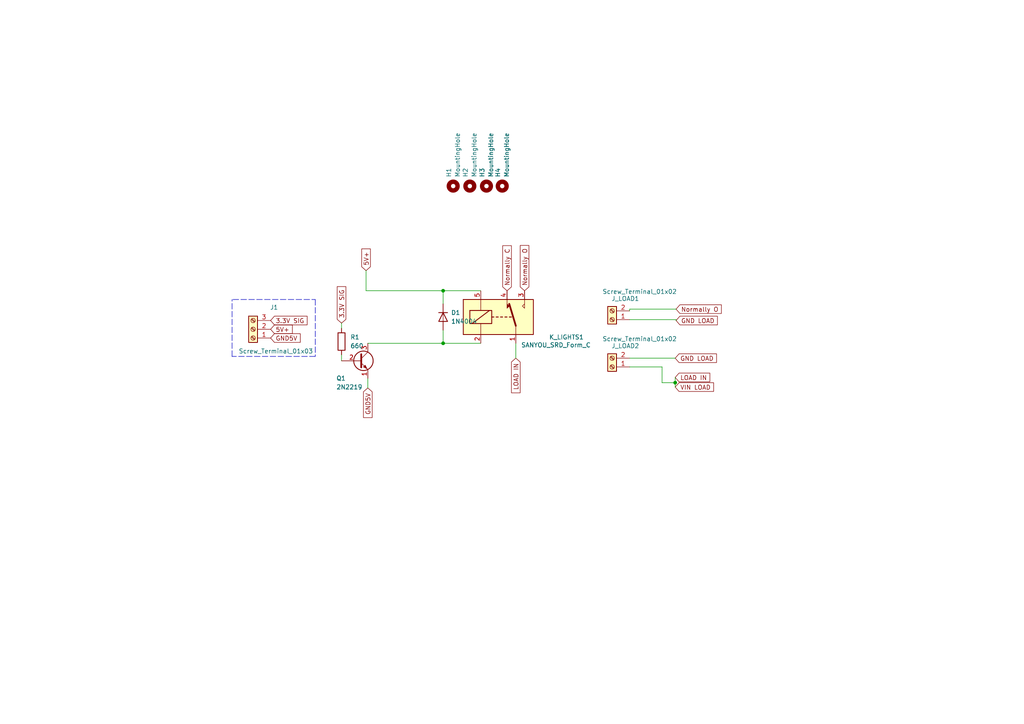
<source format=kicad_sch>
(kicad_sch (version 20211123) (generator eeschema)
  (paper "A4")
  (lib_symbols
    (symbol "Connector:Screw_Terminal_01x02" (pin_names (offset 1.016) hide)
      (property "Reference" "J" (at 0 2.54 0))
      (property "Value" "Screw_Terminal_01x02" (at 0 -5.08 0))
      (symbol "Screw_Terminal_01x02_1_1"
        (rectangle (start -1.27 1.27) (end 1.27 -3.81) (stroke (width 0.254)) (fill (type background)))
        (circle (center 0 -2.54) (radius 0.635) (stroke (width 0.1524)))
        (polyline (pts (xy -0.5334 -2.2098) (xy 0.3302 -3.048)) (stroke (width 0.1524)))
        (polyline (pts (xy -0.5334 0.3302) (xy 0.3302 -0.508)) (stroke (width 0.1524)))
        (polyline (pts (xy -0.3556 -2.032) (xy 0.508 -2.8702)) (stroke (width 0.1524)))
        (polyline (pts (xy -0.3556 0.508) (xy 0.508 -0.3302)) (stroke (width 0.1524)))
        (circle (center 0 0) (radius 0.635) (stroke (width 0.1524)))
        (pin passive line (at -5.08 0 0) (length 3.81) (name "Pin_1") (number "1"))
        (pin passive line (at -5.08 -2.54 0) (length 3.81) (name "Pin_2") (number "2"))
      )
    )
    (symbol "Connector:Screw_Terminal_01x03" (pin_names (offset 1.016) hide)
      (property "Reference" "J" (at 0 5.08 0))
      (property "Value" "Screw_Terminal_01x03" (at 0 -5.08 0))
      (symbol "Screw_Terminal_01x03_1_1"
        (rectangle (start -1.27 3.81) (end 1.27 -3.81) (stroke (width 0.254)) (fill (type background)))
        (circle (center 0 -2.54) (radius 0.635) (stroke (width 0.1524)))
        (polyline (pts (xy -0.5334 -2.2098) (xy 0.3302 -3.048)) (stroke (width 0.1524)))
        (polyline (pts (xy -0.5334 0.3302) (xy 0.3302 -0.508)) (stroke (width 0.1524)))
        (polyline (pts (xy -0.5334 2.8702) (xy 0.3302 2.032)) (stroke (width 0.1524)))
        (polyline (pts (xy -0.3556 -2.032) (xy 0.508 -2.8702)) (stroke (width 0.1524)))
        (polyline (pts (xy -0.3556 0.508) (xy 0.508 -0.3302)) (stroke (width 0.1524)))
        (polyline (pts (xy -0.3556 3.048) (xy 0.508 2.2098)) (stroke (width 0.1524)))
        (circle (center 0 0) (radius 0.635) (stroke (width 0.1524)))
        (circle (center 0 2.54) (radius 0.635) (stroke (width 0.1524)))
        (pin passive line (at -5.08 2.54 0) (length 3.81) (name "Pin_1") (number "1"))
        (pin passive line (at -5.08 0 0) (length 3.81) (name "Pin_2") (number "2"))
        (pin passive line (at -5.08 -2.54 0) (length 3.81) (name "Pin_3") (number "3"))
      )
    )
    (symbol "Device:R" (pin_numbers hide) (pin_names (offset 0))
      (property "Reference" "R" (at 2.032 0 90))
      (property "Value" "R" (at 0 0 90))
      (symbol "R_0_1"
        (rectangle (start -1.016 -2.54) (end 1.016 2.54) (stroke (width 0.254)))
      )
      (symbol "R_1_1"
        (pin passive line (at 0 3.81 270) (length 1.27) (name "~") (number "1"))
        (pin passive line (at 0 -3.81 90) (length 1.27) (name "~") (number "2"))
      )
    )
    (symbol "Diode:1N4004" (pin_numbers hide) (pin_names hide)
      (property "Reference" "D" (at 0 2.54 0))
      (property "Value" "1N4004" (at 0 -2.54 0))
      (symbol "1N4004_0_1"
        (polyline (pts (xy -1.27 1.27) (xy -1.27 -1.27)) (stroke (width 0.254)))
        (polyline (pts (xy 1.27 0) (xy -1.27 0)))
        (polyline (pts (xy 1.27 1.27) (xy 1.27 -1.27) (xy -1.27 0) (xy 1.27 1.27)) (stroke (width 0.254)))
      )
      (symbol "1N4004_1_1"
        (pin passive line (at -3.81 0 0) (length 2.54) (name "K") (number "1"))
        (pin passive line (at 3.81 0 180) (length 2.54) (name "A") (number "2"))
      )
    )
    (symbol "Mechanical:MountingHole" (pin_names (offset 1.016))
      (property "Reference" "H" (at 0 5.08 0))
      (property "Value" "MountingHole" (at 0 3.175 0))
      (symbol "MountingHole_0_1"
        (circle (center 0 0) (radius 1.27) (stroke (width 1.27)))
      )
    )
    (symbol "Relay:SANYOU_SRD_Form_C"
      (property "Reference" "K" (at 11.43 3.81 0))
      (property "Value" "SANYOU_SRD_Form_C" (at 11.43 1.27 0))
      (symbol "SANYOU_SRD_Form_C_0_0"
        (polyline (pts (xy 7.62 5.08) (xy 7.62 2.54) (xy 6.985 3.175) (xy 7.62 3.81)))
      )
      (symbol "SANYOU_SRD_Form_C_0_1"
        (rectangle (start -10.16 5.08) (end 10.16 -5.08) (stroke (width 0.254)) (fill (type background)))
        (rectangle (start -8.255 1.905) (end -1.905 -1.905) (stroke (width 0.254)))
        (polyline (pts (xy -7.62 -1.905) (xy -2.54 1.905)) (stroke (width 0.254)))
        (polyline (pts (xy -5.08 -5.08) (xy -5.08 -1.905)))
        (polyline (pts (xy -5.08 5.08) (xy -5.08 1.905)))
        (polyline (pts (xy -1.905 0) (xy -1.27 0)) (stroke (width 0.254)))
        (polyline (pts (xy -0.635 0) (xy 0 0)) (stroke (width 0.254)))
        (polyline (pts (xy 0.635 0) (xy 1.27 0)) (stroke (width 0.254)))
        (polyline (pts (xy 1.905 0) (xy 2.54 0)) (stroke (width 0.254)))
        (polyline (pts (xy 3.175 0) (xy 3.81 0)) (stroke (width 0.254)))
        (polyline (pts (xy 5.08 -2.54) (xy 3.175 3.81)) (stroke (width 0.508)))
        (polyline (pts (xy 5.08 -2.54) (xy 5.08 -5.08)))
      )
      (symbol "SANYOU_SRD_Form_C_1_1"
        (polyline (pts (xy 2.54 3.81) (xy 3.175 3.175) (xy 2.54 2.54) (xy 2.54 5.08)) (fill (type outline)))
        (pin passive line (at 5.08 -7.62 90) (length 2.54) (name "~") (number "1"))
        (pin passive line (at -5.08 -7.62 90) (length 2.54) (name "~") (number "2"))
        (pin passive line (at 7.62 7.62 270) (length 2.54) (name "~") (number "3"))
        (pin passive line (at 2.54 7.62 270) (length 2.54) (name "~") (number "4"))
        (pin passive line (at -5.08 7.62 270) (length 2.54) (name "~") (number "5"))
      )
    )
    (symbol "Transistor_BJT:2N2219" (pin_names (offset 0) hide)
      (property "Reference" "Q" (at 5.08 1.905 0))
      (property "Value" "2N2219" (at 5.08 0 0))
      (symbol "2N2219_0_1"
        (polyline (pts (xy 0.635 0.635) (xy 2.54 2.54)))
        (polyline (pts (xy 0.635 -0.635) (xy 2.54 -2.54) (xy 2.54 -2.54)))
        (polyline (pts (xy 0.635 1.905) (xy 0.635 -1.905) (xy 0.635 -1.905)) (stroke (width 0.508)))
        (polyline (pts (xy 1.27 -1.778) (xy 1.778 -1.27) (xy 2.286 -2.286) (xy 1.27 -1.778) (xy 1.27 -1.778)) (fill (type outline)))
        (circle (center 1.27 0) (radius 2.8194) (stroke (width 0.254)))
      )
      (symbol "2N2219_1_1"
        (pin passive line (at 2.54 -5.08 90) (length 2.54) (name "E") (number "1"))
        (pin passive line (at -5.08 0 0) (length 5.715) (name "B") (number "2"))
        (pin passive line (at 2.54 5.08 270) (length 2.54) (name "C") (number "3"))
      )
    )
  )
  (junction (at 128.524 84.328))
  (junction (at 195.834 110.998))
  (junction (at 128.524 99.568))
  (wire (pts (xy 106.68 109.728) (xy 106.68 112.522)))
  (polyline (pts (xy 91.44 103.378) (xy 67.31 103.378)))
  (wire (pts (xy 149.606 99.568) (xy 149.606 103.886)))
  (wire (pts (xy 182.626 89.662) (xy 182.626 90.17)))
  (wire (pts (xy 182.626 92.71) (xy 196.088 92.71)))
  (wire (pts (xy 128.524 95.758) (xy 128.524 99.568)))
  (wire (pts (xy 196.088 89.662) (xy 182.626 89.662)))
  (wire (pts (xy 99.06 93.726) (xy 99.06 95.25)))
  (wire (pts (xy 128.524 88.138) (xy 128.524 84.328)))
  (polyline (pts (xy 67.31 103.378) (xy 67.31 86.868)))
  (wire (pts (xy 196.088 92.71) (xy 196.088 92.964)))
  (wire (pts (xy 192.024 106.426) (xy 192.024 110.998)))
  (wire (pts (xy 106.68 99.568) (xy 128.524 99.568)))
  (wire (pts (xy 106.172 78.486) (xy 106.172 84.328)))
  (wire (pts (xy 99.06 102.87) (xy 99.06 104.648)))
  (wire (pts (xy 182.626 106.426) (xy 192.024 106.426)))
  (polyline (pts (xy 67.564 86.868) (xy 91.44 86.868)))
  (wire (pts (xy 195.834 103.886) (xy 182.626 103.886)))
  (wire (pts (xy 128.524 99.568) (xy 139.446 99.568)))
  (polyline (pts (xy 91.44 86.868) (xy 91.44 103.378)))
  (wire (pts (xy 195.834 109.474) (xy 195.834 110.998)))
  (wire (pts (xy 106.172 84.328) (xy 128.524 84.328)))
  (wire (pts (xy 195.834 110.998) (xy 195.834 112.268)))
  (wire (pts (xy 192.024 110.998) (xy 195.834 110.998)))
  (wire (pts (xy 128.524 84.328) (xy 139.446 84.328)))
  (global_label "GND5V" (shape input) (at 106.68 112.522 270) (property "Intersheet References" "${INTERSHEET_REFS}" (effects hide)))
  (global_label "3.3V SIG" (shape input) (at 78.486 92.964 0) (property "Intersheet References" "${INTERSHEET_REFS}" (effects hide)))
  (global_label "LOAD IN" (shape input) (at 195.834 109.474 0) (property "Intersheet References" "${INTERSHEET_REFS}" (effects hide)))
  (global_label "Normally O" (shape input) (at 152.146 84.328 90) (property "Intersheet References" "${INTERSHEET_REFS}" (effects hide)))
  (global_label "5V+" (shape input) (at 106.172 78.486 90) (property "Intersheet References" "${INTERSHEET_REFS}" (effects hide)))
  (global_label "GND LOAD" (shape input) (at 195.834 103.886 0) (property "Intersheet References" "${INTERSHEET_REFS}" (effects hide)))
  (global_label "GND LOAD" (shape input) (at 196.088 92.964 0) (property "Intersheet References" "${INTERSHEET_REFS}" (effects hide)))
  (global_label "LOAD IN" (shape input) (at 149.606 103.886 270) (property "Intersheet References" "${INTERSHEET_REFS}" (effects hide)))
  (global_label "Normally C" (shape input) (at 147.066 84.328 90) (property "Intersheet References" "${INTERSHEET_REFS}" (effects hide)))
  (global_label "5V+" (shape input) (at 78.486 95.504 0) (property "Intersheet References" "${INTERSHEET_REFS}" (effects hide)))
  (global_label "VIN LOAD" (shape input) (at 195.834 112.268 0) (property "Intersheet References" "${INTERSHEET_REFS}" (effects hide)))
  (global_label "GND5V" (shape input) (at 78.486 98.044 0) (property "Intersheet References" "${INTERSHEET_REFS}" (effects hide)))
  (global_label "3.3V SIG" (shape input) (at 99.06 93.726 90) (property "Intersheet References" "${INTERSHEET_REFS}" (effects hide)))
  (global_label "Normally O" (shape input) (at 196.088 89.662 0) (property "Intersheet References" "${INTERSHEET_REFS}" (effects hide)))
  (symbol (lib_id "Connector:Screw_Terminal_01x02") (at 177.546 106.426 180) (unit 1)
    (property "Reference" "J_LOAD2" (at 185.42 100.33 0) (effects (justify left)))
    (property "Value" "Screw_Terminal_01x02" (at 196.342 98.298 0) (effects (justify left)))
    (property "Footprint" "TerminalBlock:TerminalBlock_Altech_AK300-2_P5.00mm" (effects hide))
  )
  (symbol (lib_id "Diode:1N4004") (at 128.524 91.948 270) (unit 1)
    (property "Reference" "D1" (at 130.81 90.6779 90) (effects (justify left)))
    (property "Value" "1N4004" (at 130.81 93.2179 90) (effects (justify left)))
    (property "Footprint" "Diode_THT:D_DO-41_SOD81_P10.16mm_Horizontal" (effects hide))
    (property "Datasheet" "http://www.vishay.com/docs/88503/1n4001.pdf" (effects hide))
  )
  (symbol (lib_id "Device:R") (at 99.06 99.06 0) (unit 1)
    (property "Reference" "R1" (at 101.6 97.7899 0) (effects (justify left)))
    (property "Value" "660" (at 101.6 100.3299 0) (effects (justify left)))
    (property "Footprint" "Resistor_THT:R_Axial_DIN0204_L3.6mm_D1.6mm_P2.54mm_Vertical" (effects hide))
  )
  (symbol (lib_id "Mechanical:MountingHole") (at 145.669 53.975 90) (unit 1)
    (property "Reference" "H4" (at 144.3989 51.435 0) (effects (justify left)))
    (property "Value" "MountingHole" (at 146.9389 51.435 0) (effects (justify left)))
    (property "Footprint" "MountingHole:MountingHole_4.3mm_M4_DIN965_Pad" (effects hide))
  )
  (symbol (lib_id "Connector:Screw_Terminal_01x03") (at 73.406 95.504 180) (unit 1)
    (property "Reference" "J1" (at 79.502 89.154 0))
    (property "Value" "Screw_Terminal_01x03" (at 80.01 101.854 0))
    (property "Footprint" "TerminalBlock:TerminalBlock_Altech_AK300-3_P5.00mm" (effects hide))
  )
  (symbol (lib_id "Mechanical:MountingHole") (at 131.445 53.975 90) (unit 1)
    (property "Reference" "H1" (at 130.1749 51.435 0) (effects (justify left)))
    (property "Value" "MountingHole" (at 132.7149 51.435 0) (effects (justify left)))
    (property "Footprint" "MountingHole:MountingHole_4.3mm_M4_DIN965_Pad" (effects hide))
  )
  (symbol (lib_id "Mechanical:MountingHole") (at 136.271 53.975 90) (unit 1)
    (property "Reference" "H2" (at 135.0009 51.435 0) (effects (justify left)))
    (property "Value" "MountingHole" (at 137.5409 51.435 0) (effects (justify left)))
    (property "Footprint" "MountingHole:MountingHole_4.3mm_M4_DIN965_Pad" (effects hide))
  )
  (symbol (lib_id "Connector:Screw_Terminal_01x02") (at 177.546 92.71 180) (unit 1)
    (property "Reference" "J_LOAD1" (at 185.42 86.614 0) (effects (justify left)))
    (property "Value" "Screw_Terminal_01x02" (at 196.342 84.582 0) (effects (justify left)))
    (property "Footprint" "TerminalBlock:TerminalBlock_Altech_AK300-2_P5.00mm" (effects hide))
  )
  (symbol (lib_id "Transistor_BJT:2N2219") (at 104.14 104.648 0) (unit 1)
    (property "Reference" "Q1" (at 97.536 109.728 0) (effects (justify left)))
    (property "Value" "2N2219" (at 97.536 112.268 0) (effects (justify left)))
    (property "Footprint" "Package_TO_SOT_THT:TO-39-3" (effects hide))
    (property "Datasheet" "http://www.onsemi.com/pub_link/Collateral/2N2219-D.PDF" (effects hide))
  )
  (symbol (lib_id "Relay:SANYOU_SRD_Form_C") (at 144.526 91.948 0) (unit 1)
    (property "Reference" "K_LIGHTS1" (at 159.258 97.79 0) (effects (justify left)))
    (property "Value" "SANYOU_SRD_Form_C" (at 151.13 100.0759 0) (effects (justify left)))
    (property "Footprint" "Relay_THT:Relay_SPDT_SANYOU_SRD_Series_Form_C" (effects hide))
    (property "Datasheet" "http://www.sanyourelay.ca/public/products/pdf/SRD.pdf" (effects hide))
  )
  (symbol (lib_id "Mechanical:MountingHole") (at 141.097 53.975 90) (unit 1)
    (property "Reference" "H3" (at 139.8269 51.435 0) (effects (justify left)))
    (property "Value" "MountingHole" (at 142.3669 51.435 0) (effects (justify left)))
    (property "Footprint" "MountingHole:MountingHole_4.3mm_M4_DIN965_Pad" (effects hide))
  )
)
</source>
